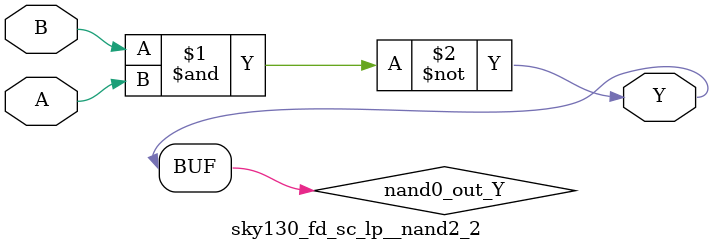
<source format=v>
/*
 * Copyright 2020 The SkyWater PDK Authors
 *
 * Licensed under the Apache License, Version 2.0 (the "License");
 * you may not use this file except in compliance with the License.
 * You may obtain a copy of the License at
 *
 *     https://www.apache.org/licenses/LICENSE-2.0
 *
 * Unless required by applicable law or agreed to in writing, software
 * distributed under the License is distributed on an "AS IS" BASIS,
 * WITHOUT WARRANTIES OR CONDITIONS OF ANY KIND, either express or implied.
 * See the License for the specific language governing permissions and
 * limitations under the License.
 *
 * SPDX-License-Identifier: Apache-2.0
*/


`ifndef SKY130_FD_SC_LP__NAND2_2_FUNCTIONAL_V
`define SKY130_FD_SC_LP__NAND2_2_FUNCTIONAL_V

/**
 * nand2: 2-input NAND.
 *
 * Verilog simulation functional model.
 */

`timescale 1ns / 1ps
`default_nettype none

`celldefine
module sky130_fd_sc_lp__nand2_2 (
    Y,
    A,
    B
);

    // Module ports
    output Y;
    input  A;
    input  B;

    // Local signals
    wire nand0_out_Y;

    //   Name   Output       Other arguments
    nand nand0 (nand0_out_Y, B, A           );
    buf  buf0  (Y          , nand0_out_Y    );

endmodule
`endcelldefine

`default_nettype wire
`endif  // SKY130_FD_SC_LP__NAND2_2_FUNCTIONAL_V

</source>
